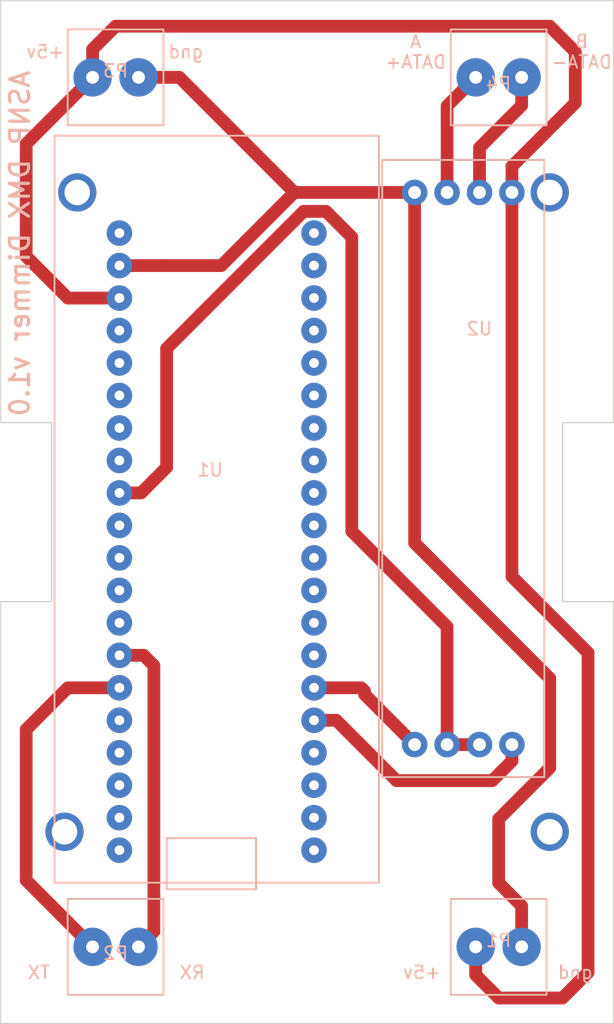
<source format=kicad_pcb>
(kicad_pcb (version 20171130) (host pcbnew "(5.1.6)-1")

  (general
    (thickness 1.6)
    (drawings 27)
    (tracks 68)
    (zones 0)
    (modules 6)
    (nets 43)
  )

  (page A4)
  (layers
    (0 F.Cu signal)
    (31 B.Cu signal)
    (32 B.Adhes user)
    (33 F.Adhes user)
    (34 B.Paste user)
    (35 F.Paste user)
    (36 B.SilkS user)
    (37 F.SilkS user)
    (38 B.Mask user)
    (39 F.Mask user)
    (40 Dwgs.User user)
    (41 Cmts.User user)
    (42 Eco1.User user)
    (43 Eco2.User user)
    (44 Edge.Cuts user)
    (45 Margin user)
    (46 B.CrtYd user)
    (47 F.CrtYd user)
    (48 B.Fab user)
    (49 F.Fab user)
  )

  (setup
    (last_trace_width 1)
    (user_trace_width 1)
    (trace_clearance 0.2)
    (zone_clearance 0.508)
    (zone_45_only no)
    (trace_min 0.2)
    (via_size 0.8)
    (via_drill 0.4)
    (via_min_size 0.4)
    (via_min_drill 0.3)
    (user_via 2 1)
    (uvia_size 0.3)
    (uvia_drill 0.1)
    (uvias_allowed no)
    (uvia_min_size 0.2)
    (uvia_min_drill 0.1)
    (edge_width 0.1)
    (segment_width 0.2)
    (pcb_text_width 0.3)
    (pcb_text_size 1.5 1.5)
    (mod_edge_width 0.15)
    (mod_text_size 1 1)
    (mod_text_width 0.15)
    (pad_size 1.524 1.524)
    (pad_drill 0.762)
    (pad_to_mask_clearance 0)
    (aux_axis_origin 0 0)
    (visible_elements 7FFFFFFF)
    (pcbplotparams
      (layerselection 0x010fc_ffffffff)
      (usegerberextensions false)
      (usegerberattributes true)
      (usegerberadvancedattributes true)
      (creategerberjobfile true)
      (excludeedgelayer true)
      (linewidth 0.100000)
      (plotframeref false)
      (viasonmask false)
      (mode 1)
      (useauxorigin false)
      (hpglpennumber 1)
      (hpglpenspeed 20)
      (hpglpendiameter 15.000000)
      (psnegative false)
      (psa4output false)
      (plotreference true)
      (plotvalue true)
      (plotinvisibletext false)
      (padsonsilk false)
      (subtractmaskfromsilk false)
      (outputformat 1)
      (mirror false)
      (drillshape 1)
      (scaleselection 1)
      (outputdirectory ""))
  )

  (net 0 "")
  (net 1 "Net-(P1-Pad1)")
  (net 2 "Net-(P1-Pad2)")
  (net 3 "Net-(P2-Pad2)")
  (net 4 "Net-(P2-Pad1)")
  (net 5 "Net-(P4-Pad2)")
  (net 6 "Net-(P4-Pad1)")
  (net 7 "Net-(U1-Pad1)")
  (net 8 "Net-(U1-Pad4)")
  (net 9 "Net-(U1-Pad5)")
  (net 10 "Net-(U1-Pad6)")
  (net 11 "Net-(U1-Pad7)")
  (net 12 "Net-(U1-Pad8)")
  (net 13 "Net-(U1-Pad9)")
  (net 14 "Net-(U1-Pad10)")
  (net 15 "Net-(U1-Pad11)")
  (net 16 "Net-(U1-Pad12)")
  (net 17 "Net-(U1-Pad13)")
  (net 18 "Net-(U1-Pad16)")
  (net 19 "Net-(U1-Pad17)")
  (net 20 "Net-(U1-Pad18)")
  (net 21 "Net-(U1-Pad19)")
  (net 22 "Net-(U1-Pad20)")
  (net 23 "Net-(U1-Pad21)")
  (net 24 "Net-(U1-Pad22)")
  (net 25 "Net-(U1-Pad23)")
  (net 26 "Net-(U1-Pad24)")
  (net 27 "Net-(U1-Pad25)")
  (net 28 "Net-(U1-Pad26)")
  (net 29 "Net-(U1-Pad27)")
  (net 30 "Net-(U1-Pad28)")
  (net 31 "Net-(U1-Pad29)")
  (net 32 "Net-(U1-Pad30)")
  (net 33 "Net-(U1-Pad31)")
  (net 34 "Net-(U1-Pad32)")
  (net 35 "Net-(U1-Pad33)")
  (net 36 "Net-(U1-Pad34)")
  (net 37 "Net-(U1-Pad35)")
  (net 38 "Net-(U1-Pad36)")
  (net 39 "Net-(U1-Pad37)")
  (net 40 "Net-(U1-Pad38)")
  (net 41 "Net-(U1-Pad39)")
  (net 42 "Net-(U1-Pad40)")

  (net_class Default "This is the default net class."
    (clearance 0.2)
    (trace_width 0.25)
    (via_dia 0.8)
    (via_drill 0.4)
    (uvia_dia 0.3)
    (uvia_drill 0.1)
    (add_net "Net-(P1-Pad1)")
    (add_net "Net-(P1-Pad2)")
    (add_net "Net-(P2-Pad1)")
    (add_net "Net-(P2-Pad2)")
    (add_net "Net-(P4-Pad1)")
    (add_net "Net-(P4-Pad2)")
    (add_net "Net-(U1-Pad1)")
    (add_net "Net-(U1-Pad10)")
    (add_net "Net-(U1-Pad11)")
    (add_net "Net-(U1-Pad12)")
    (add_net "Net-(U1-Pad13)")
    (add_net "Net-(U1-Pad16)")
    (add_net "Net-(U1-Pad17)")
    (add_net "Net-(U1-Pad18)")
    (add_net "Net-(U1-Pad19)")
    (add_net "Net-(U1-Pad20)")
    (add_net "Net-(U1-Pad21)")
    (add_net "Net-(U1-Pad22)")
    (add_net "Net-(U1-Pad23)")
    (add_net "Net-(U1-Pad24)")
    (add_net "Net-(U1-Pad25)")
    (add_net "Net-(U1-Pad26)")
    (add_net "Net-(U1-Pad27)")
    (add_net "Net-(U1-Pad28)")
    (add_net "Net-(U1-Pad29)")
    (add_net "Net-(U1-Pad30)")
    (add_net "Net-(U1-Pad31)")
    (add_net "Net-(U1-Pad32)")
    (add_net "Net-(U1-Pad33)")
    (add_net "Net-(U1-Pad34)")
    (add_net "Net-(U1-Pad35)")
    (add_net "Net-(U1-Pad36)")
    (add_net "Net-(U1-Pad37)")
    (add_net "Net-(U1-Pad38)")
    (add_net "Net-(U1-Pad39)")
    (add_net "Net-(U1-Pad4)")
    (add_net "Net-(U1-Pad40)")
    (add_net "Net-(U1-Pad5)")
    (add_net "Net-(U1-Pad6)")
    (add_net "Net-(U1-Pad7)")
    (add_net "Net-(U1-Pad8)")
    (add_net "Net-(U1-Pad9)")
  )

  (module SmartHouseLib:STM32_DISCOVERY (layer B.Cu) (tedit 5AF5E8EF) (tstamp 5EFA473D)
    (at 118 98.5 180)
    (path /5B0C4D35)
    (fp_text reference U1 (at 5.6 1.8) (layer B.SilkS)
      (effects (font (size 1 1) (thickness 0.15)) (justify mirror))
    )
    (fp_text value STM32DISCOVERY (at 4.6 4.2) (layer B.Fab)
      (effects (font (size 1 1) (thickness 0.15)) (justify mirror))
    )
    (fp_line (start 2 -31) (end 2 -27) (layer B.SilkS) (width 0.15))
    (fp_line (start 2 -27) (end 9 -27) (layer B.SilkS) (width 0.15))
    (fp_line (start 9 -27) (end 9 -31) (layer B.SilkS) (width 0.15))
    (fp_line (start 9 -31) (end 2 -31) (layer B.SilkS) (width 0.15))
    (fp_line (start 17.78 -30.48) (end -7.62 -30.48) (layer B.SilkS) (width 0.15))
    (fp_line (start -7.62 -30.48) (end -7.62 27.94) (layer B.SilkS) (width 0.15))
    (fp_line (start -7.62 27.94) (end 17.78 27.94) (layer B.SilkS) (width 0.15))
    (fp_line (start 17.78 27.94) (end 17.78 -30.48) (layer B.SilkS) (width 0.15))
    (pad 1 thru_hole circle (at 12.7 20.32 180) (size 2 2) (drill 0.762) (layers *.Cu *.Mask)
      (net 7 "Net-(U1-Pad1)"))
    (pad 2 thru_hole circle (at 12.7 17.78 180) (size 2 2) (drill 0.762) (layers *.Cu *.Mask)
      (net 2 "Net-(P1-Pad2)"))
    (pad 3 thru_hole circle (at 12.7 15.24 180) (size 2 2) (drill 0.762) (layers *.Cu *.Mask)
      (net 1 "Net-(P1-Pad1)"))
    (pad 4 thru_hole circle (at 12.7 12.7 180) (size 2 2) (drill 0.762) (layers *.Cu *.Mask)
      (net 8 "Net-(U1-Pad4)"))
    (pad 5 thru_hole circle (at 12.7 10.16 180) (size 2 2) (drill 0.762) (layers *.Cu *.Mask)
      (net 9 "Net-(U1-Pad5)"))
    (pad 6 thru_hole circle (at 12.7 7.62 180) (size 2 2) (drill 0.762) (layers *.Cu *.Mask)
      (net 10 "Net-(U1-Pad6)"))
    (pad 7 thru_hole circle (at 12.7 5.08 180) (size 2 2) (drill 0.762) (layers *.Cu *.Mask)
      (net 11 "Net-(U1-Pad7)"))
    (pad 8 thru_hole circle (at 12.7 2.54 180) (size 2 2) (drill 0.762) (layers *.Cu *.Mask)
      (net 12 "Net-(U1-Pad8)"))
    (pad 9 thru_hole circle (at 12.7 0 180) (size 2 2) (drill 0.762) (layers *.Cu *.Mask)
      (net 13 "Net-(U1-Pad9)"))
    (pad 10 thru_hole circle (at 12.7 -2.54 180) (size 2 2) (drill 0.762) (layers *.Cu *.Mask)
      (net 14 "Net-(U1-Pad10)"))
    (pad 11 thru_hole circle (at 12.7 -5.08 180) (size 2 2) (drill 0.762) (layers *.Cu *.Mask)
      (net 15 "Net-(U1-Pad11)"))
    (pad 12 thru_hole circle (at 12.7 -7.62 180) (size 2 2) (drill 0.762) (layers *.Cu *.Mask)
      (net 16 "Net-(U1-Pad12)"))
    (pad 13 thru_hole circle (at 12.7 -10.16 180) (size 2 2) (drill 0.762) (layers *.Cu *.Mask)
      (net 17 "Net-(U1-Pad13)"))
    (pad 14 thru_hole circle (at 12.7 -12.7 180) (size 2 2) (drill 0.762) (layers *.Cu *.Mask)
      (net 4 "Net-(P2-Pad1)"))
    (pad 15 thru_hole circle (at 12.7 -15.24 180) (size 2 2) (drill 0.762) (layers *.Cu *.Mask)
      (net 3 "Net-(P2-Pad2)"))
    (pad 16 thru_hole circle (at 12.7 -17.78 180) (size 2 2) (drill 0.762) (layers *.Cu *.Mask)
      (net 18 "Net-(U1-Pad16)"))
    (pad 17 thru_hole circle (at 12.7 -20.32 180) (size 2 2) (drill 0.762) (layers *.Cu *.Mask)
      (net 19 "Net-(U1-Pad17)"))
    (pad 18 thru_hole circle (at 12.7 -22.86 180) (size 2 2) (drill 0.762) (layers *.Cu *.Mask)
      (net 20 "Net-(U1-Pad18)"))
    (pad 19 thru_hole circle (at 12.7 -25.4 180) (size 2 2) (drill 0.762) (layers *.Cu *.Mask)
      (net 21 "Net-(U1-Pad19)"))
    (pad 20 thru_hole circle (at 12.7 -27.94 180) (size 2 2) (drill 0.762) (layers *.Cu *.Mask)
      (net 22 "Net-(U1-Pad20)"))
    (pad 21 thru_hole circle (at -2.54 20.32 180) (size 2 2) (drill 0.762) (layers *.Cu *.Mask)
      (net 23 "Net-(U1-Pad21)"))
    (pad 22 thru_hole circle (at -2.54 17.78 180) (size 2 2) (drill 0.762) (layers *.Cu *.Mask)
      (net 24 "Net-(U1-Pad22)"))
    (pad 23 thru_hole circle (at -2.54 15.24 180) (size 2 2) (drill 0.762) (layers *.Cu *.Mask)
      (net 25 "Net-(U1-Pad23)"))
    (pad 24 thru_hole circle (at -2.54 12.7 180) (size 2 2) (drill 0.762) (layers *.Cu *.Mask)
      (net 26 "Net-(U1-Pad24)"))
    (pad 25 thru_hole circle (at -2.54 10.16 180) (size 2 2) (drill 0.762) (layers *.Cu *.Mask)
      (net 27 "Net-(U1-Pad25)"))
    (pad 26 thru_hole circle (at -2.54 7.62 180) (size 2 2) (drill 0.762) (layers *.Cu *.Mask)
      (net 28 "Net-(U1-Pad26)"))
    (pad 27 thru_hole circle (at -2.54 5.08 180) (size 2 2) (drill 0.762) (layers *.Cu *.Mask)
      (net 29 "Net-(U1-Pad27)"))
    (pad 28 thru_hole circle (at -2.54 2.54 180) (size 2 2) (drill 0.762) (layers *.Cu *.Mask)
      (net 30 "Net-(U1-Pad28)"))
    (pad 29 thru_hole circle (at -2.54 0 180) (size 2 2) (drill 0.762) (layers *.Cu *.Mask)
      (net 31 "Net-(U1-Pad29)"))
    (pad 30 thru_hole circle (at -2.54 -2.54 180) (size 2 2) (drill 0.762) (layers *.Cu *.Mask)
      (net 32 "Net-(U1-Pad30)"))
    (pad 31 thru_hole circle (at -2.54 -5.08 180) (size 2 2) (drill 0.762) (layers *.Cu *.Mask)
      (net 33 "Net-(U1-Pad31)"))
    (pad 32 thru_hole circle (at -2.54 -7.62 180) (size 2 2) (drill 0.762) (layers *.Cu *.Mask)
      (net 34 "Net-(U1-Pad32)"))
    (pad 33 thru_hole circle (at -2.54 -10.16 180) (size 2 2) (drill 0.762) (layers *.Cu *.Mask)
      (net 35 "Net-(U1-Pad33)"))
    (pad 34 thru_hole circle (at -2.54 -12.7 180) (size 2 2) (drill 0.762) (layers *.Cu *.Mask)
      (net 36 "Net-(U1-Pad34)"))
    (pad 35 thru_hole circle (at -2.54 -15.24 180) (size 2 2) (drill 0.762) (layers *.Cu *.Mask)
      (net 37 "Net-(U1-Pad35)"))
    (pad 36 thru_hole circle (at -2.54 -17.78 180) (size 2 2) (drill 0.762) (layers *.Cu *.Mask)
      (net 38 "Net-(U1-Pad36)"))
    (pad 37 thru_hole circle (at -2.54 -20.32 180) (size 2 2) (drill 0.762) (layers *.Cu *.Mask)
      (net 39 "Net-(U1-Pad37)"))
    (pad 38 thru_hole circle (at -2.54 -22.86 180) (size 2 2) (drill 0.762) (layers *.Cu *.Mask)
      (net 40 "Net-(U1-Pad38)"))
    (pad 39 thru_hole circle (at -2.54 -25.4 180) (size 2 2) (drill 0.762) (layers *.Cu *.Mask)
      (net 41 "Net-(U1-Pad39)"))
    (pad 40 thru_hole circle (at -2.54 -27.94 180) (size 2 2) (drill 0.762) (layers *.Cu *.Mask)
      (net 42 "Net-(U1-Pad40)"))
  )

  (module SmartHouseLib:CONN_2_3.5mm (layer B.Cu) (tedit 59BCF383) (tstamp 5EFA46E8)
    (at 135 134)
    (path /5B0C6718)
    (fp_text reference P1 (at 0 -0.5) (layer B.SilkS)
      (effects (font (size 1 1) (thickness 0.15)) (justify mirror))
    )
    (fp_text value POWER (at 0 0.5) (layer B.Fab)
      (effects (font (size 1 1) (thickness 0.15)) (justify mirror))
    )
    (fp_line (start 3.75 -3.75) (end 3.75 0) (layer B.SilkS) (width 0.15))
    (fp_line (start -3.75 -3.75) (end 3.75 -3.75) (layer B.SilkS) (width 0.15))
    (fp_line (start -3.75 3.75) (end -3.75 -3.75) (layer B.SilkS) (width 0.15))
    (fp_line (start 3.75 3.75) (end -3.75 3.75) (layer B.SilkS) (width 0.15))
    (fp_line (start 3.75 0) (end 3.75 3.75) (layer B.SilkS) (width 0.15))
    (pad 1 thru_hole circle (at -1.8 0) (size 3 3) (drill 1) (layers *.Cu *.Mask)
      (net 1 "Net-(P1-Pad1)"))
    (pad 2 thru_hole circle (at 1.8 0) (size 3 3) (drill 1) (layers *.Cu *.Mask)
      (net 2 "Net-(P1-Pad2)"))
  )

  (module SmartHouseLib:CONN_2_3.5mm (layer B.Cu) (tedit 59BCF383) (tstamp 5EFA46FE)
    (at 105 66)
    (path /5C0A4D13)
    (fp_text reference P3 (at 0 -0.5) (layer B.SilkS)
      (effects (font (size 1 1) (thickness 0.15)) (justify mirror))
    )
    (fp_text value POWER_OUT (at 0 0.5) (layer B.Fab)
      (effects (font (size 1 1) (thickness 0.15)) (justify mirror))
    )
    (fp_line (start 3.75 -3.75) (end 3.75 0) (layer B.SilkS) (width 0.15))
    (fp_line (start -3.75 -3.75) (end 3.75 -3.75) (layer B.SilkS) (width 0.15))
    (fp_line (start -3.75 3.75) (end -3.75 -3.75) (layer B.SilkS) (width 0.15))
    (fp_line (start 3.75 3.75) (end -3.75 3.75) (layer B.SilkS) (width 0.15))
    (fp_line (start 3.75 0) (end 3.75 3.75) (layer B.SilkS) (width 0.15))
    (pad 1 thru_hole circle (at -1.8 0) (size 3 3) (drill 1) (layers *.Cu *.Mask)
      (net 1 "Net-(P1-Pad1)"))
    (pad 2 thru_hole circle (at 1.8 0) (size 3 3) (drill 1) (layers *.Cu *.Mask)
      (net 2 "Net-(P1-Pad2)"))
  )

  (module SmartHouseLib:CONN_2_3.5mm (layer B.Cu) (tedit 59BCF383) (tstamp 5EF98A76)
    (at 105 134 180)
    (path /5B0C654C)
    (fp_text reference P2 (at 0 -0.5) (layer B.SilkS)
      (effects (font (size 1 1) (thickness 0.15)) (justify mirror))
    )
    (fp_text value UART (at 0 0.5) (layer B.Fab)
      (effects (font (size 1 1) (thickness 0.15)) (justify mirror))
    )
    (fp_line (start 3.75 0) (end 3.75 3.75) (layer B.SilkS) (width 0.15))
    (fp_line (start 3.75 3.75) (end -3.75 3.75) (layer B.SilkS) (width 0.15))
    (fp_line (start -3.75 3.75) (end -3.75 -3.75) (layer B.SilkS) (width 0.15))
    (fp_line (start -3.75 -3.75) (end 3.75 -3.75) (layer B.SilkS) (width 0.15))
    (fp_line (start 3.75 -3.75) (end 3.75 0) (layer B.SilkS) (width 0.15))
    (pad 2 thru_hole circle (at 1.8 0 180) (size 3 3) (drill 1) (layers *.Cu *.Mask)
      (net 3 "Net-(P2-Pad2)"))
    (pad 1 thru_hole circle (at -1.8 0 180) (size 3 3) (drill 1) (layers *.Cu *.Mask)
      (net 4 "Net-(P2-Pad1)"))
  )

  (module SmartHouseLib:CONN_2_3.5mm (layer B.Cu) (tedit 59BCF383) (tstamp 5EFA4709)
    (at 135 66 180)
    (path /5C0A4CA9)
    (fp_text reference P4 (at 0 -0.5) (layer B.SilkS)
      (effects (font (size 1 1) (thickness 0.15)) (justify mirror))
    )
    (fp_text value RS485_OUT (at 0 0.5) (layer B.Fab)
      (effects (font (size 1 1) (thickness 0.15)) (justify mirror))
    )
    (fp_line (start 3.75 0) (end 3.75 3.75) (layer B.SilkS) (width 0.15))
    (fp_line (start 3.75 3.75) (end -3.75 3.75) (layer B.SilkS) (width 0.15))
    (fp_line (start -3.75 3.75) (end -3.75 -3.75) (layer B.SilkS) (width 0.15))
    (fp_line (start -3.75 -3.75) (end 3.75 -3.75) (layer B.SilkS) (width 0.15))
    (fp_line (start 3.75 -3.75) (end 3.75 0) (layer B.SilkS) (width 0.15))
    (pad 2 thru_hole circle (at 1.8 0 180) (size 3 3) (drill 1) (layers *.Cu *.Mask)
      (net 5 "Net-(P4-Pad2)"))
    (pad 1 thru_hole circle (at -1.8 0 180) (size 3 3) (drill 1) (layers *.Cu *.Mask)
      (net 6 "Net-(P4-Pad1)"))
  )

  (module SmartHouseLib:RS485 (layer B.Cu) (tedit 59BD14C3) (tstamp 5EFA4753)
    (at 133.5 75 180)
    (path /5C0A450C)
    (fp_text reference U2 (at 0 -10.66) (layer B.SilkS)
      (effects (font (size 1 1) (thickness 0.15)) (justify mirror))
    )
    (fp_text value RS485_MOD (at 0 -9.66) (layer B.Fab)
      (effects (font (size 1 1) (thickness 0.15)) (justify mirror))
    )
    (fp_line (start 7.62 -43.18) (end 7.62 -45.72) (layer B.SilkS) (width 0.15))
    (fp_line (start 7.62 -45.72) (end -5.08 -45.72) (layer B.SilkS) (width 0.15))
    (fp_line (start -5.08 -45.72) (end -5.08 -43.18) (layer B.SilkS) (width 0.15))
    (fp_line (start -5.08 -40.64) (end -5.08 -43.18) (layer B.SilkS) (width 0.15))
    (fp_line (start 7.62 -43.18) (end 7.62 -40.64) (layer B.SilkS) (width 0.15))
    (fp_line (start -5.08 2.54) (end -5.08 -40.64) (layer B.SilkS) (width 0.15))
    (fp_line (start 7.62 -38.1) (end 7.62 0) (layer B.SilkS) (width 0.15))
    (fp_line (start 7.62 -38.1) (end 7.62 -40.64) (layer B.SilkS) (width 0.15))
    (fp_line (start -5.08 2.54) (end 7.62 2.54) (layer B.SilkS) (width 0.15))
    (fp_line (start 7.62 2.54) (end 7.62 0) (layer B.SilkS) (width 0.15))
    (pad 1 thru_hole circle (at -2.54 0 180) (size 2 2) (drill 1) (layers *.Cu *.Mask)
      (net 1 "Net-(P1-Pad1)"))
    (pad 2 thru_hole circle (at 0 0 180) (size 2 2) (drill 1) (layers *.Cu *.Mask)
      (net 6 "Net-(P4-Pad1)"))
    (pad 3 thru_hole circle (at 2.54 0 180) (size 2 2) (drill 1) (layers *.Cu *.Mask)
      (net 5 "Net-(P4-Pad2)"))
    (pad 4 thru_hole circle (at 5.08 0 180) (size 2 2) (drill 1) (layers *.Cu *.Mask)
      (net 2 "Net-(P1-Pad2)"))
    (pad 5 thru_hole circle (at 5.08 -43.18 180) (size 2 2) (drill 1) (layers *.Cu *.Mask)
      (net 37 "Net-(U1-Pad35)"))
    (pad 6 thru_hole circle (at 2.54 -43.18 180) (size 2 2) (drill 1) (layers *.Cu *.Mask)
      (net 13 "Net-(U1-Pad9)"))
    (pad 7 thru_hole circle (at 0 -43.18 180) (size 2 2) (drill 1) (layers *.Cu *.Mask)
      (net 13 "Net-(U1-Pad9)"))
    (pad 8 thru_hole circle (at -2.54 -43.18 180) (size 2 2) (drill 1) (layers *.Cu *.Mask)
      (net 38 "Net-(U1-Pad36)"))
  )

  (gr_text gnd (at 110.5 64) (layer B.SilkS)
    (effects (font (size 1 1) (thickness 0.15)) (justify mirror))
  )
  (gr_text +5v (at 99.5 64) (layer B.SilkS)
    (effects (font (size 1 1) (thickness 0.15)) (justify mirror))
  )
  (gr_text "B\nDATA-" (at 141.5 64) (layer B.SilkS)
    (effects (font (size 1 1) (thickness 0.15)) (justify mirror))
  )
  (gr_text "A\nDATA+" (at 128.5 64) (layer B.SilkS)
    (effects (font (size 1 1) (thickness 0.15)) (justify mirror))
  )
  (gr_text +5v (at 129 136) (layer B.SilkS)
    (effects (font (size 1 1) (thickness 0.15)) (justify mirror))
  )
  (gr_text gnd (at 141 136) (layer B.SilkS)
    (effects (font (size 1 1) (thickness 0.15)) (justify mirror))
  )
  (gr_text RX (at 111 136) (layer B.SilkS) (tstamp 5EF98A97)
    (effects (font (size 1 1) (thickness 0.15)) (justify mirror))
  )
  (gr_text TX (at 99 136) (layer B.SilkS)
    (effects (font (size 1 1) (thickness 0.15)) (justify mirror))
  )
  (gr_text "ASNP DMX Dimmer v1.0" (at 97.5 79 90) (layer B.SilkS)
    (effects (font (size 1.5 1.5) (thickness 0.25)) (justify mirror))
  )
  (gr_line (start 96 140) (end 96 133) (layer Edge.Cuts) (width 0.1) (tstamp 5EFA499A))
  (gr_line (start 144 140) (end 96 140) (layer Edge.Cuts) (width 0.1))
  (gr_line (start 144 133) (end 144 140) (layer Edge.Cuts) (width 0.1))
  (gr_line (start 144 60) (end 144 67) (layer Edge.Cuts) (width 0.1) (tstamp 5EFA4996))
  (gr_line (start 96 60) (end 144 60) (layer Edge.Cuts) (width 0.1))
  (gr_line (start 96 67) (end 96 60) (layer Edge.Cuts) (width 0.1))
  (gr_line (start 96 93) (end 96 67) (layer Edge.Cuts) (width 0.1))
  (gr_line (start 100 93) (end 96 93) (layer Edge.Cuts) (width 0.1))
  (gr_line (start 100 100) (end 100 93) (layer Edge.Cuts) (width 0.1))
  (gr_line (start 100 107) (end 100 100) (layer Edge.Cuts) (width 0.1))
  (gr_line (start 96 107) (end 100 107) (layer Edge.Cuts) (width 0.1))
  (gr_line (start 96 133) (end 96 107) (layer Edge.Cuts) (width 0.1))
  (gr_line (start 144 125) (end 144 133) (layer Edge.Cuts) (width 0.1))
  (gr_line (start 144 107) (end 144 125) (layer Edge.Cuts) (width 0.1))
  (gr_line (start 140 107) (end 144 107) (layer Edge.Cuts) (width 0.1))
  (gr_line (start 140 93) (end 140 107) (layer Edge.Cuts) (width 0.1))
  (gr_line (start 144 93) (end 140 93) (layer Edge.Cuts) (width 0.1))
  (gr_line (start 144 67) (end 144 93) (layer Edge.Cuts) (width 0.1))

  (via (at 139 75) (size 3) (drill 2) (layers F.Cu B.Cu) (net 0))
  (via (at 101 125) (size 3) (drill 2) (layers F.Cu B.Cu) (net 0))
  (via (at 139 125) (size 3) (drill 2) (layers F.Cu B.Cu) (net 0))
  (segment (start 103.2 66) (end 98 71.2) (width 1) (layer F.Cu) (net 1))
  (segment (start 98 71.2) (end 98 80) (width 1) (layer F.Cu) (net 1))
  (segment (start 101.26 83.26) (end 105.3 83.26) (width 1) (layer F.Cu) (net 1))
  (segment (start 98 80) (end 101.26 83.26) (width 1) (layer F.Cu) (net 1))
  (segment (start 136.04 75) (end 136.04 72.96) (width 1) (layer F.Cu) (net 1))
  (segment (start 136.04 72.96) (end 141 68) (width 1) (layer F.Cu) (net 1))
  (segment (start 141 68) (end 141 64) (width 1) (layer F.Cu) (net 1))
  (segment (start 141 64) (end 139 62) (width 1) (layer F.Cu) (net 1))
  (segment (start 139 62) (end 105 62) (width 1) (layer F.Cu) (net 1))
  (segment (start 103.2 63.8) (end 103.2 66) (width 1) (layer F.Cu) (net 1))
  (segment (start 105 62) (end 103.2 63.8) (width 1) (layer F.Cu) (net 1))
  (segment (start 133.2 134) (end 133.2 136.2) (width 1) (layer F.Cu) (net 1))
  (segment (start 133.2 136.2) (end 135 138) (width 1) (layer F.Cu) (net 1))
  (segment (start 135 138) (end 140 138) (width 1) (layer F.Cu) (net 1))
  (segment (start 140 138) (end 142 136) (width 1) (layer F.Cu) (net 1))
  (segment (start 142 136) (end 142 111) (width 1) (layer F.Cu) (net 1))
  (segment (start 136.04 105.04) (end 136.04 75) (width 1) (layer F.Cu) (net 1))
  (segment (start 142 111) (end 136.04 105.04) (width 1) (layer F.Cu) (net 1))
  (segment (start 119 75) (end 128.92 75) (width 1) (layer F.Cu) (net 2))
  (segment (start 115.5 78.5) (end 119 75) (width 1) (layer F.Cu) (net 2))
  (segment (start 113.28 80.72) (end 115.5 78.5) (width 1) (layer F.Cu) (net 2))
  (segment (start 105.3 80.72) (end 108.72 80.72) (width 1) (layer F.Cu) (net 2))
  (segment (start 108.72 80.72) (end 113.28 80.72) (width 1) (layer F.Cu) (net 2))
  (segment (start 110 66) (end 119 75) (width 1) (layer F.Cu) (net 2))
  (segment (start 106.8 66) (end 110 66) (width 1) (layer F.Cu) (net 2))
  (segment (start 136.8 134) (end 136.8 130.8) (width 1) (layer F.Cu) (net 2))
  (segment (start 136.8 130.8) (end 135 129) (width 1) (layer F.Cu) (net 2))
  (segment (start 135 129) (end 135 124) (width 1) (layer F.Cu) (net 2))
  (segment (start 135 124) (end 139 120) (width 1) (layer F.Cu) (net 2))
  (segment (start 139 120) (end 139 113) (width 1) (layer F.Cu) (net 2))
  (segment (start 128.42 102.42) (end 128.42 75) (width 1) (layer F.Cu) (net 2))
  (segment (start 139 113) (end 128.42 102.42) (width 1) (layer F.Cu) (net 2))
  (segment (start 103.2 134) (end 98 128.8) (width 1) (layer F.Cu) (net 3))
  (segment (start 98 128.8) (end 98 117) (width 1) (layer F.Cu) (net 3))
  (segment (start 101.26 113.74) (end 105.3 113.74) (width 1) (layer F.Cu) (net 3))
  (segment (start 98 117) (end 101.26 113.74) (width 1) (layer F.Cu) (net 3))
  (segment (start 105.3 111.2) (end 107.2 111.2) (width 1) (layer F.Cu) (net 4))
  (segment (start 107.2 111.2) (end 108 112) (width 1) (layer F.Cu) (net 4))
  (segment (start 108 132.8) (end 106.8 134) (width 1) (layer F.Cu) (net 4))
  (segment (start 108 112) (end 108 132.8) (width 1) (layer F.Cu) (net 4))
  (segment (start 130.96 68.24) (end 133.2 66) (width 1) (layer F.Cu) (net 5))
  (segment (start 130.96 75) (end 130.96 68.24) (width 1) (layer F.Cu) (net 5))
  (segment (start 136.8 66) (end 136.8 68.2) (width 1) (layer F.Cu) (net 6))
  (segment (start 133.5 71.5) (end 133.5 75) (width 1) (layer F.Cu) (net 6))
  (segment (start 136.8 68.2) (end 133.5 71.5) (width 1) (layer F.Cu) (net 6))
  (segment (start 131.46 118.18) (end 134 118.18) (width 1) (layer F.Cu) (net 13))
  (segment (start 130.96 118.18) (end 130.96 108.96) (width 1) (layer F.Cu) (net 13))
  (segment (start 130.96 108.96) (end 123.5 101.5) (width 1) (layer F.Cu) (net 13))
  (segment (start 123.5 101.5) (end 123.5 78.5) (width 1) (layer F.Cu) (net 13))
  (segment (start 123.5 78.5) (end 121.479999 76.479999) (width 1) (layer F.Cu) (net 13))
  (segment (start 119.723999 76.479999) (end 109 87.203998) (width 1) (layer F.Cu) (net 13))
  (segment (start 121.479999 76.479999) (end 119.723999 76.479999) (width 1) (layer F.Cu) (net 13))
  (segment (start 109 87.203998) (end 109 96.5) (width 1) (layer F.Cu) (net 13))
  (segment (start 107 98.5) (end 105.3 98.5) (width 1) (layer F.Cu) (net 13))
  (segment (start 109 96.5) (end 107 98.5) (width 1) (layer F.Cu) (net 13))
  (segment (start 128.42 118.18) (end 124.5 114.26) (width 1) (layer F.Cu) (net 37))
  (segment (start 124.24 113.74) (end 120.54 113.74) (width 1) (layer F.Cu) (net 37))
  (segment (start 124.5 114) (end 124.24 113.74) (width 1) (layer F.Cu) (net 37))
  (segment (start 124.5 114.26) (end 124.5 114) (width 1) (layer F.Cu) (net 37))
  (via (at 102 75) (size 3) (drill 2) (layers F.Cu B.Cu) (net 38))
  (segment (start 136.04 119.46) (end 134.5 121) (width 1) (layer F.Cu) (net 38))
  (segment (start 134.5 121) (end 127 121) (width 1) (layer F.Cu) (net 38))
  (segment (start 122.28 116.28) (end 120.54 116.28) (width 1) (layer F.Cu) (net 38))
  (segment (start 127 121) (end 122.28 116.28) (width 1) (layer F.Cu) (net 38))
  (segment (start 136.04 118.18) (end 136.04 119.46) (width 1) (layer F.Cu) (net 38))

)

</source>
